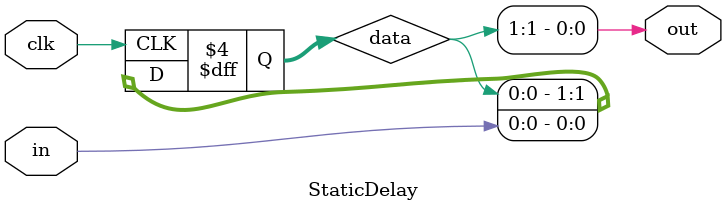
<source format=v>



/*StaticDelay SD1 (
    .clk(),
    .in(),
    .out()
    );
defparam SD1.LENGTH = 2;
defparam SD1.WIDTH = 1;*/


module StaticDelay(clk, in, out);		
// there is no reset on purpose of inferring Xilinx`s SRL16E primitive

input wire clk;
input wire [(WIDTH-1):0] in;
output wire [(WIDTH-1):0] out;

parameter LENGTH = 2;   // length of each delay chain
parameter WIDTH = 1;    // independent channels

//(* keep = "true" *)
reg [(LENGTH*WIDTH-1):0] data = 0;

always @ (posedge clk) begin
	data[(LENGTH*WIDTH-1):0] <= data[(LENGTH*WIDTH-1):0] << WIDTH;
	data[(WIDTH-1):0] <= in[(WIDTH-1):0];
end

assign
    out[(WIDTH-1):0] = data[(LENGTH*WIDTH-1):((LENGTH-1)*WIDTH)];

endmodule

</source>
